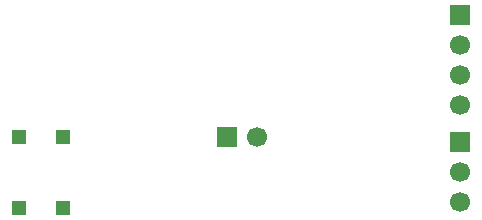
<source format=gbs>
G04 (created by PCBNEW (2013-07-07 BZR 4022)-stable) date 24/01/2015 20:57:02*
%MOIN*%
G04 Gerber Fmt 3.4, Leading zero omitted, Abs format*
%FSLAX34Y34*%
G01*
G70*
G90*
G04 APERTURE LIST*
%ADD10C,0.00590551*%
%ADD11R,0.0669291X0.0669291*%
%ADD12C,0.0669291*%
%ADD13R,0.051174X0.047274*%
G04 APERTURE END LIST*
G54D10*
G54D11*
X74015Y-45940D03*
G54D12*
X74015Y-46940D03*
X74015Y-47940D03*
X74015Y-48940D03*
G54D11*
X74015Y-50181D03*
G54D12*
X74015Y-51181D03*
X74015Y-52181D03*
G54D11*
X66232Y-50000D03*
G54D12*
X67232Y-50000D03*
G54D13*
X59311Y-52362D03*
X60767Y-52362D03*
X60767Y-50000D03*
X59311Y-50000D03*
M02*

</source>
